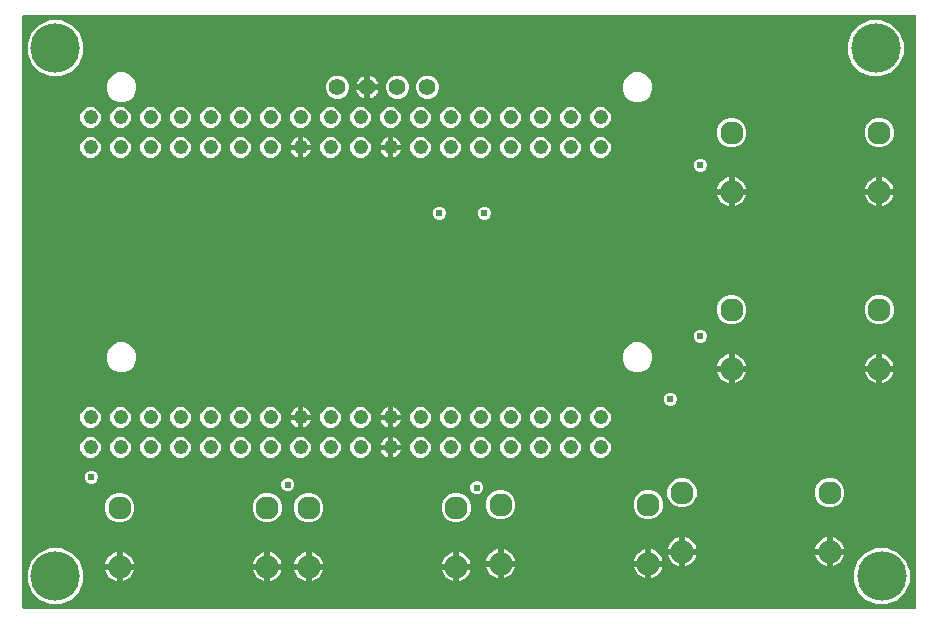
<source format=gbr>
G04 EAGLE Gerber RS-274X export*
G75*
%MOMM*%
%FSLAX34Y34*%
%LPD*%
%INCopper Layer 2*%
%IPPOS*%
%AMOC8*
5,1,8,0,0,1.08239X$1,22.5*%
G01*
%ADD10C,1.422400*%
%ADD11C,1.244600*%
%ADD12C,1.960000*%
%ADD13C,4.191000*%
%ADD14C,0.609600*%

G36*
X758308Y2556D02*
X758308Y2556D01*
X758427Y2563D01*
X758465Y2576D01*
X758506Y2581D01*
X758616Y2624D01*
X758729Y2661D01*
X758764Y2683D01*
X758801Y2698D01*
X758897Y2767D01*
X758998Y2831D01*
X759026Y2861D01*
X759059Y2884D01*
X759135Y2976D01*
X759216Y3063D01*
X759236Y3098D01*
X759261Y3129D01*
X759312Y3237D01*
X759370Y3341D01*
X759380Y3381D01*
X759397Y3417D01*
X759419Y3534D01*
X759449Y3649D01*
X759453Y3709D01*
X759457Y3729D01*
X759455Y3750D01*
X759459Y3810D01*
X759459Y504190D01*
X759444Y504308D01*
X759437Y504427D01*
X759424Y504465D01*
X759419Y504506D01*
X759376Y504616D01*
X759339Y504729D01*
X759317Y504764D01*
X759302Y504801D01*
X759233Y504897D01*
X759169Y504998D01*
X759139Y505026D01*
X759116Y505059D01*
X759024Y505135D01*
X758937Y505216D01*
X758902Y505236D01*
X758871Y505261D01*
X758763Y505312D01*
X758659Y505370D01*
X758619Y505380D01*
X758583Y505397D01*
X758466Y505419D01*
X758351Y505449D01*
X758291Y505453D01*
X758271Y505457D01*
X758250Y505455D01*
X758190Y505459D01*
X3810Y505459D01*
X3692Y505444D01*
X3573Y505437D01*
X3535Y505424D01*
X3494Y505419D01*
X3384Y505376D01*
X3271Y505339D01*
X3236Y505317D01*
X3199Y505302D01*
X3103Y505233D01*
X3002Y505169D01*
X2974Y505139D01*
X2941Y505116D01*
X2865Y505024D01*
X2784Y504937D01*
X2764Y504902D01*
X2739Y504871D01*
X2688Y504763D01*
X2630Y504659D01*
X2620Y504619D01*
X2603Y504583D01*
X2581Y504466D01*
X2551Y504351D01*
X2547Y504291D01*
X2543Y504271D01*
X2545Y504250D01*
X2541Y504190D01*
X2541Y3810D01*
X2556Y3692D01*
X2563Y3573D01*
X2576Y3535D01*
X2581Y3494D01*
X2624Y3384D01*
X2661Y3271D01*
X2683Y3236D01*
X2698Y3199D01*
X2767Y3103D01*
X2831Y3002D01*
X2861Y2974D01*
X2884Y2941D01*
X2976Y2865D01*
X3063Y2784D01*
X3098Y2764D01*
X3129Y2739D01*
X3237Y2688D01*
X3341Y2630D01*
X3381Y2620D01*
X3417Y2603D01*
X3534Y2581D01*
X3649Y2551D01*
X3709Y2547D01*
X3729Y2543D01*
X3750Y2545D01*
X3810Y2541D01*
X758190Y2541D01*
X758308Y2556D01*
G37*
%LPC*%
G36*
X720496Y454024D02*
X720496Y454024D01*
X711861Y457601D01*
X705251Y464211D01*
X701674Y472846D01*
X701674Y482194D01*
X705251Y490829D01*
X711861Y497439D01*
X720496Y501016D01*
X729844Y501016D01*
X738479Y497439D01*
X745089Y490829D01*
X748666Y482194D01*
X748666Y472846D01*
X745089Y464211D01*
X738479Y457601D01*
X729844Y454024D01*
X720496Y454024D01*
G37*
%LPD*%
%LPC*%
G36*
X25806Y454024D02*
X25806Y454024D01*
X17171Y457601D01*
X10561Y464211D01*
X6984Y472846D01*
X6984Y482194D01*
X10561Y490829D01*
X17171Y497439D01*
X25806Y501016D01*
X35154Y501016D01*
X43789Y497439D01*
X50399Y490829D01*
X53976Y482194D01*
X53976Y472846D01*
X50399Y464211D01*
X43789Y457601D01*
X35154Y454024D01*
X25806Y454024D01*
G37*
%LPD*%
%LPC*%
G36*
X725576Y6984D02*
X725576Y6984D01*
X716941Y10561D01*
X710331Y17171D01*
X706754Y25806D01*
X706754Y35154D01*
X710331Y43789D01*
X716941Y50399D01*
X725576Y53976D01*
X734924Y53976D01*
X743559Y50399D01*
X750169Y43789D01*
X753746Y35154D01*
X753746Y25806D01*
X750169Y17171D01*
X743559Y10561D01*
X734924Y6984D01*
X725576Y6984D01*
G37*
%LPD*%
%LPC*%
G36*
X25806Y6984D02*
X25806Y6984D01*
X17171Y10561D01*
X10561Y17171D01*
X6984Y25806D01*
X6984Y35154D01*
X10561Y43789D01*
X17171Y50399D01*
X25806Y53976D01*
X35154Y53976D01*
X43789Y50399D01*
X50399Y43789D01*
X53976Y35154D01*
X53976Y25806D01*
X50399Y17171D01*
X43789Y10561D01*
X35154Y6984D01*
X25806Y6984D01*
G37*
%LPD*%
%LPC*%
G36*
X520745Y203359D02*
X520745Y203359D01*
X516136Y205268D01*
X512608Y208796D01*
X510699Y213405D01*
X510699Y218395D01*
X512608Y223004D01*
X516136Y226532D01*
X520745Y228441D01*
X525735Y228441D01*
X530344Y226532D01*
X533872Y223004D01*
X535781Y218395D01*
X535781Y213405D01*
X533872Y208796D01*
X530344Y205268D01*
X525735Y203359D01*
X520745Y203359D01*
G37*
%LPD*%
%LPC*%
G36*
X83865Y203359D02*
X83865Y203359D01*
X79256Y205268D01*
X75728Y208796D01*
X73819Y213405D01*
X73819Y218395D01*
X75728Y223004D01*
X79256Y226532D01*
X83865Y228441D01*
X88855Y228441D01*
X93464Y226532D01*
X96992Y223004D01*
X98901Y218395D01*
X98901Y213405D01*
X96992Y208796D01*
X93464Y205268D01*
X88855Y203359D01*
X83865Y203359D01*
G37*
%LPD*%
%LPC*%
G36*
X520745Y431959D02*
X520745Y431959D01*
X516136Y433868D01*
X512608Y437396D01*
X510699Y442005D01*
X510699Y446995D01*
X512608Y451604D01*
X516136Y455132D01*
X520745Y457041D01*
X525735Y457041D01*
X530344Y455132D01*
X533872Y451604D01*
X535781Y446995D01*
X535781Y442005D01*
X533872Y437396D01*
X530344Y433868D01*
X525735Y431959D01*
X520745Y431959D01*
G37*
%LPD*%
%LPC*%
G36*
X83865Y431959D02*
X83865Y431959D01*
X79256Y433868D01*
X75728Y437396D01*
X73819Y442005D01*
X73819Y446995D01*
X75728Y451604D01*
X79256Y455132D01*
X83865Y457041D01*
X88855Y457041D01*
X93464Y455132D01*
X96992Y451604D01*
X98901Y446995D01*
X98901Y442005D01*
X96992Y437396D01*
X93464Y433868D01*
X88855Y431959D01*
X83865Y431959D01*
G37*
%LPD*%
%LPC*%
G36*
X242385Y76159D02*
X242385Y76159D01*
X237850Y78038D01*
X234378Y81510D01*
X232499Y86045D01*
X232499Y90955D01*
X234378Y95490D01*
X237850Y98962D01*
X242385Y100841D01*
X247295Y100841D01*
X251830Y98962D01*
X255302Y95490D01*
X257181Y90955D01*
X257181Y86045D01*
X255302Y81510D01*
X251830Y78038D01*
X247295Y76159D01*
X242385Y76159D01*
G37*
%LPD*%
%LPC*%
G36*
X82365Y76159D02*
X82365Y76159D01*
X77830Y78038D01*
X74358Y81510D01*
X72479Y86045D01*
X72479Y90955D01*
X74358Y95490D01*
X77830Y98962D01*
X82365Y100841D01*
X87275Y100841D01*
X91810Y98962D01*
X95282Y95490D01*
X97161Y90955D01*
X97161Y86045D01*
X95282Y81510D01*
X91810Y78038D01*
X87275Y76159D01*
X82365Y76159D01*
G37*
%LPD*%
%LPC*%
G36*
X207365Y76159D02*
X207365Y76159D01*
X202830Y78038D01*
X199358Y81510D01*
X197479Y86045D01*
X197479Y90955D01*
X199358Y95490D01*
X202830Y98962D01*
X207365Y100841D01*
X212275Y100841D01*
X216810Y98962D01*
X220282Y95490D01*
X222161Y90955D01*
X222161Y86045D01*
X220282Y81510D01*
X216810Y78038D01*
X212275Y76159D01*
X207365Y76159D01*
G37*
%LPD*%
%LPC*%
G36*
X725525Y393659D02*
X725525Y393659D01*
X720990Y395538D01*
X717518Y399010D01*
X715639Y403545D01*
X715639Y408455D01*
X717518Y412990D01*
X720990Y416462D01*
X725525Y418341D01*
X730435Y418341D01*
X734970Y416462D01*
X738442Y412990D01*
X740321Y408455D01*
X740321Y403545D01*
X738442Y399010D01*
X734970Y395538D01*
X730435Y393659D01*
X725525Y393659D01*
G37*
%LPD*%
%LPC*%
G36*
X367385Y76159D02*
X367385Y76159D01*
X362850Y78038D01*
X359378Y81510D01*
X357499Y86045D01*
X357499Y90955D01*
X359378Y95490D01*
X362850Y98962D01*
X367385Y100841D01*
X372295Y100841D01*
X376830Y98962D01*
X380302Y95490D01*
X382181Y90955D01*
X382181Y86045D01*
X380302Y81510D01*
X376830Y78038D01*
X372295Y76159D01*
X367385Y76159D01*
G37*
%LPD*%
%LPC*%
G36*
X404945Y78699D02*
X404945Y78699D01*
X400410Y80578D01*
X396938Y84050D01*
X395059Y88585D01*
X395059Y93495D01*
X396938Y98030D01*
X400410Y101502D01*
X404945Y103381D01*
X409855Y103381D01*
X414390Y101502D01*
X417862Y98030D01*
X419741Y93495D01*
X419741Y88585D01*
X417862Y84050D01*
X414390Y80578D01*
X409855Y78699D01*
X404945Y78699D01*
G37*
%LPD*%
%LPC*%
G36*
X529945Y78699D02*
X529945Y78699D01*
X525410Y80578D01*
X521938Y84050D01*
X520059Y88585D01*
X520059Y93495D01*
X521938Y98030D01*
X525410Y101502D01*
X529945Y103381D01*
X534855Y103381D01*
X539390Y101502D01*
X542862Y98030D01*
X544741Y93495D01*
X544741Y88585D01*
X542862Y84050D01*
X539390Y80578D01*
X534855Y78699D01*
X529945Y78699D01*
G37*
%LPD*%
%LPC*%
G36*
X558615Y88859D02*
X558615Y88859D01*
X554080Y90738D01*
X550608Y94210D01*
X548729Y98745D01*
X548729Y103655D01*
X550608Y108190D01*
X554080Y111662D01*
X558615Y113541D01*
X563525Y113541D01*
X568060Y111662D01*
X571532Y108190D01*
X573411Y103655D01*
X573411Y98745D01*
X571532Y94210D01*
X568060Y90738D01*
X563525Y88859D01*
X558615Y88859D01*
G37*
%LPD*%
%LPC*%
G36*
X683615Y88859D02*
X683615Y88859D01*
X679080Y90738D01*
X675608Y94210D01*
X673729Y98745D01*
X673729Y103655D01*
X675608Y108190D01*
X679080Y111662D01*
X683615Y113541D01*
X688525Y113541D01*
X693060Y111662D01*
X696532Y108190D01*
X698411Y103655D01*
X698411Y98745D01*
X696532Y94210D01*
X693060Y90738D01*
X688525Y88859D01*
X683615Y88859D01*
G37*
%LPD*%
%LPC*%
G36*
X600525Y393659D02*
X600525Y393659D01*
X595990Y395538D01*
X592518Y399010D01*
X590639Y403545D01*
X590639Y408455D01*
X592518Y412990D01*
X595990Y416462D01*
X600525Y418341D01*
X605435Y418341D01*
X609970Y416462D01*
X613442Y412990D01*
X615321Y408455D01*
X615321Y403545D01*
X613442Y399010D01*
X609970Y395538D01*
X605435Y393659D01*
X600525Y393659D01*
G37*
%LPD*%
%LPC*%
G36*
X725525Y243799D02*
X725525Y243799D01*
X720990Y245678D01*
X717518Y249150D01*
X715639Y253685D01*
X715639Y258595D01*
X717518Y263130D01*
X720990Y266602D01*
X725525Y268481D01*
X730435Y268481D01*
X734970Y266602D01*
X738442Y263130D01*
X740321Y258595D01*
X740321Y253685D01*
X738442Y249150D01*
X734970Y245678D01*
X730435Y243799D01*
X725525Y243799D01*
G37*
%LPD*%
%LPC*%
G36*
X600525Y243799D02*
X600525Y243799D01*
X595990Y245678D01*
X592518Y249150D01*
X590639Y253685D01*
X590639Y258595D01*
X592518Y263130D01*
X595990Y266602D01*
X600525Y268481D01*
X605435Y268481D01*
X609970Y266602D01*
X613442Y263130D01*
X615321Y258595D01*
X615321Y253685D01*
X613442Y249150D01*
X609970Y245678D01*
X605435Y243799D01*
X600525Y243799D01*
G37*
%LPD*%
%LPC*%
G36*
X343520Y434847D02*
X343520Y434847D01*
X339972Y436317D01*
X337257Y439032D01*
X335787Y442580D01*
X335787Y446420D01*
X337257Y449968D01*
X339972Y452683D01*
X343520Y454153D01*
X347360Y454153D01*
X350908Y452683D01*
X353623Y449968D01*
X355093Y446420D01*
X355093Y442580D01*
X353623Y439032D01*
X350908Y436317D01*
X347360Y434847D01*
X343520Y434847D01*
G37*
%LPD*%
%LPC*%
G36*
X318120Y434847D02*
X318120Y434847D01*
X314572Y436317D01*
X311857Y439032D01*
X310387Y442580D01*
X310387Y446420D01*
X311857Y449968D01*
X314572Y452683D01*
X318120Y454153D01*
X321960Y454153D01*
X325508Y452683D01*
X328223Y449968D01*
X329693Y446420D01*
X329693Y442580D01*
X328223Y439032D01*
X325508Y436317D01*
X321960Y434847D01*
X318120Y434847D01*
G37*
%LPD*%
%LPC*%
G36*
X267320Y434847D02*
X267320Y434847D01*
X263772Y436317D01*
X261057Y439032D01*
X259587Y442580D01*
X259587Y446420D01*
X261057Y449968D01*
X263772Y452683D01*
X267320Y454153D01*
X271160Y454153D01*
X274708Y452683D01*
X277423Y449968D01*
X278893Y446420D01*
X278893Y442580D01*
X277423Y439032D01*
X274708Y436317D01*
X271160Y434847D01*
X267320Y434847D01*
G37*
%LPD*%
%LPC*%
G36*
X210937Y410076D02*
X210937Y410076D01*
X207716Y411410D01*
X205250Y413876D01*
X203916Y417097D01*
X203916Y420583D01*
X205250Y423804D01*
X207716Y426270D01*
X210937Y427604D01*
X214423Y427604D01*
X217644Y426270D01*
X220110Y423804D01*
X221444Y420583D01*
X221444Y417097D01*
X220110Y413876D01*
X217644Y411410D01*
X214423Y410076D01*
X210937Y410076D01*
G37*
%LPD*%
%LPC*%
G36*
X185537Y410076D02*
X185537Y410076D01*
X182316Y411410D01*
X179850Y413876D01*
X178516Y417097D01*
X178516Y420583D01*
X179850Y423804D01*
X182316Y426270D01*
X185537Y427604D01*
X189023Y427604D01*
X192244Y426270D01*
X194710Y423804D01*
X196044Y420583D01*
X196044Y417097D01*
X194710Y413876D01*
X192244Y411410D01*
X189023Y410076D01*
X185537Y410076D01*
G37*
%LPD*%
%LPC*%
G36*
X160137Y410076D02*
X160137Y410076D01*
X156916Y411410D01*
X154450Y413876D01*
X153116Y417097D01*
X153116Y420583D01*
X154450Y423804D01*
X156916Y426270D01*
X160137Y427604D01*
X163623Y427604D01*
X166844Y426270D01*
X169310Y423804D01*
X170644Y420583D01*
X170644Y417097D01*
X169310Y413876D01*
X166844Y411410D01*
X163623Y410076D01*
X160137Y410076D01*
G37*
%LPD*%
%LPC*%
G36*
X134737Y410076D02*
X134737Y410076D01*
X131516Y411410D01*
X129050Y413876D01*
X127716Y417097D01*
X127716Y420583D01*
X129050Y423804D01*
X131516Y426270D01*
X134737Y427604D01*
X138223Y427604D01*
X141444Y426270D01*
X143910Y423804D01*
X145244Y420583D01*
X145244Y417097D01*
X143910Y413876D01*
X141444Y411410D01*
X138223Y410076D01*
X134737Y410076D01*
G37*
%LPD*%
%LPC*%
G36*
X109337Y410076D02*
X109337Y410076D01*
X106116Y411410D01*
X103650Y413876D01*
X102316Y417097D01*
X102316Y420583D01*
X103650Y423804D01*
X106116Y426270D01*
X109337Y427604D01*
X112823Y427604D01*
X116044Y426270D01*
X118510Y423804D01*
X119844Y420583D01*
X119844Y417097D01*
X118510Y413876D01*
X116044Y411410D01*
X112823Y410076D01*
X109337Y410076D01*
G37*
%LPD*%
%LPC*%
G36*
X83937Y410076D02*
X83937Y410076D01*
X80716Y411410D01*
X78250Y413876D01*
X76916Y417097D01*
X76916Y420583D01*
X78250Y423804D01*
X80716Y426270D01*
X83937Y427604D01*
X87423Y427604D01*
X90644Y426270D01*
X93110Y423804D01*
X94444Y420583D01*
X94444Y417097D01*
X93110Y413876D01*
X90644Y411410D01*
X87423Y410076D01*
X83937Y410076D01*
G37*
%LPD*%
%LPC*%
G36*
X58537Y410076D02*
X58537Y410076D01*
X55316Y411410D01*
X52850Y413876D01*
X51516Y417097D01*
X51516Y420583D01*
X52850Y423804D01*
X55316Y426270D01*
X58537Y427604D01*
X62023Y427604D01*
X65244Y426270D01*
X67710Y423804D01*
X69044Y420583D01*
X69044Y417097D01*
X67710Y413876D01*
X65244Y411410D01*
X62023Y410076D01*
X58537Y410076D01*
G37*
%LPD*%
%LPC*%
G36*
X236337Y410076D02*
X236337Y410076D01*
X233116Y411410D01*
X230650Y413876D01*
X229316Y417097D01*
X229316Y420583D01*
X230650Y423804D01*
X233116Y426270D01*
X236337Y427604D01*
X239823Y427604D01*
X243044Y426270D01*
X245510Y423804D01*
X246844Y420583D01*
X246844Y417097D01*
X245510Y413876D01*
X243044Y411410D01*
X239823Y410076D01*
X236337Y410076D01*
G37*
%LPD*%
%LPC*%
G36*
X261737Y410076D02*
X261737Y410076D01*
X258516Y411410D01*
X256050Y413876D01*
X254716Y417097D01*
X254716Y420583D01*
X256050Y423804D01*
X258516Y426270D01*
X261737Y427604D01*
X265223Y427604D01*
X268444Y426270D01*
X270910Y423804D01*
X272244Y420583D01*
X272244Y417097D01*
X270910Y413876D01*
X268444Y411410D01*
X265223Y410076D01*
X261737Y410076D01*
G37*
%LPD*%
%LPC*%
G36*
X287137Y384676D02*
X287137Y384676D01*
X283916Y386010D01*
X281450Y388476D01*
X280116Y391697D01*
X280116Y395183D01*
X281450Y398404D01*
X283916Y400870D01*
X287137Y402204D01*
X290623Y402204D01*
X293844Y400870D01*
X296310Y398404D01*
X297644Y395183D01*
X297644Y391697D01*
X296310Y388476D01*
X293844Y386010D01*
X290623Y384676D01*
X287137Y384676D01*
G37*
%LPD*%
%LPC*%
G36*
X261737Y384676D02*
X261737Y384676D01*
X258516Y386010D01*
X256050Y388476D01*
X254716Y391697D01*
X254716Y395183D01*
X256050Y398404D01*
X258516Y400870D01*
X261737Y402204D01*
X265223Y402204D01*
X268444Y400870D01*
X270910Y398404D01*
X272244Y395183D01*
X272244Y391697D01*
X270910Y388476D01*
X268444Y386010D01*
X265223Y384676D01*
X261737Y384676D01*
G37*
%LPD*%
%LPC*%
G36*
X490337Y384676D02*
X490337Y384676D01*
X487116Y386010D01*
X484650Y388476D01*
X483316Y391697D01*
X483316Y395183D01*
X484650Y398404D01*
X487116Y400870D01*
X490337Y402204D01*
X493823Y402204D01*
X497044Y400870D01*
X499510Y398404D01*
X500844Y395183D01*
X500844Y391697D01*
X499510Y388476D01*
X497044Y386010D01*
X493823Y384676D01*
X490337Y384676D01*
G37*
%LPD*%
%LPC*%
G36*
X464937Y384676D02*
X464937Y384676D01*
X461716Y386010D01*
X459250Y388476D01*
X457916Y391697D01*
X457916Y395183D01*
X459250Y398404D01*
X461716Y400870D01*
X464937Y402204D01*
X468423Y402204D01*
X471644Y400870D01*
X474110Y398404D01*
X475444Y395183D01*
X475444Y391697D01*
X474110Y388476D01*
X471644Y386010D01*
X468423Y384676D01*
X464937Y384676D01*
G37*
%LPD*%
%LPC*%
G36*
X439537Y384676D02*
X439537Y384676D01*
X436316Y386010D01*
X433850Y388476D01*
X432516Y391697D01*
X432516Y395183D01*
X433850Y398404D01*
X436316Y400870D01*
X439537Y402204D01*
X443023Y402204D01*
X446244Y400870D01*
X448710Y398404D01*
X450044Y395183D01*
X450044Y391697D01*
X448710Y388476D01*
X446244Y386010D01*
X443023Y384676D01*
X439537Y384676D01*
G37*
%LPD*%
%LPC*%
G36*
X414137Y384676D02*
X414137Y384676D01*
X410916Y386010D01*
X408450Y388476D01*
X407116Y391697D01*
X407116Y395183D01*
X408450Y398404D01*
X410916Y400870D01*
X414137Y402204D01*
X417623Y402204D01*
X420844Y400870D01*
X423310Y398404D01*
X424644Y395183D01*
X424644Y391697D01*
X423310Y388476D01*
X420844Y386010D01*
X417623Y384676D01*
X414137Y384676D01*
G37*
%LPD*%
%LPC*%
G36*
X388737Y384676D02*
X388737Y384676D01*
X385516Y386010D01*
X383050Y388476D01*
X381716Y391697D01*
X381716Y395183D01*
X383050Y398404D01*
X385516Y400870D01*
X388737Y402204D01*
X392223Y402204D01*
X395444Y400870D01*
X397910Y398404D01*
X399244Y395183D01*
X399244Y391697D01*
X397910Y388476D01*
X395444Y386010D01*
X392223Y384676D01*
X388737Y384676D01*
G37*
%LPD*%
%LPC*%
G36*
X363337Y384676D02*
X363337Y384676D01*
X360116Y386010D01*
X357650Y388476D01*
X356316Y391697D01*
X356316Y395183D01*
X357650Y398404D01*
X360116Y400870D01*
X363337Y402204D01*
X366823Y402204D01*
X370044Y400870D01*
X372510Y398404D01*
X373844Y395183D01*
X373844Y391697D01*
X372510Y388476D01*
X370044Y386010D01*
X366823Y384676D01*
X363337Y384676D01*
G37*
%LPD*%
%LPC*%
G36*
X337937Y384676D02*
X337937Y384676D01*
X334716Y386010D01*
X332250Y388476D01*
X330916Y391697D01*
X330916Y395183D01*
X332250Y398404D01*
X334716Y400870D01*
X337937Y402204D01*
X341423Y402204D01*
X344644Y400870D01*
X347110Y398404D01*
X348444Y395183D01*
X348444Y391697D01*
X347110Y388476D01*
X344644Y386010D01*
X341423Y384676D01*
X337937Y384676D01*
G37*
%LPD*%
%LPC*%
G36*
X210937Y384676D02*
X210937Y384676D01*
X207716Y386010D01*
X205250Y388476D01*
X203916Y391697D01*
X203916Y395183D01*
X205250Y398404D01*
X207716Y400870D01*
X210937Y402204D01*
X214423Y402204D01*
X217644Y400870D01*
X220110Y398404D01*
X221444Y395183D01*
X221444Y391697D01*
X220110Y388476D01*
X217644Y386010D01*
X214423Y384676D01*
X210937Y384676D01*
G37*
%LPD*%
%LPC*%
G36*
X185537Y384676D02*
X185537Y384676D01*
X182316Y386010D01*
X179850Y388476D01*
X178516Y391697D01*
X178516Y395183D01*
X179850Y398404D01*
X182316Y400870D01*
X185537Y402204D01*
X189023Y402204D01*
X192244Y400870D01*
X194710Y398404D01*
X196044Y395183D01*
X196044Y391697D01*
X194710Y388476D01*
X192244Y386010D01*
X189023Y384676D01*
X185537Y384676D01*
G37*
%LPD*%
%LPC*%
G36*
X160137Y384676D02*
X160137Y384676D01*
X156916Y386010D01*
X154450Y388476D01*
X153116Y391697D01*
X153116Y395183D01*
X154450Y398404D01*
X156916Y400870D01*
X160137Y402204D01*
X163623Y402204D01*
X166844Y400870D01*
X169310Y398404D01*
X170644Y395183D01*
X170644Y391697D01*
X169310Y388476D01*
X166844Y386010D01*
X163623Y384676D01*
X160137Y384676D01*
G37*
%LPD*%
%LPC*%
G36*
X134737Y384676D02*
X134737Y384676D01*
X131516Y386010D01*
X129050Y388476D01*
X127716Y391697D01*
X127716Y395183D01*
X129050Y398404D01*
X131516Y400870D01*
X134737Y402204D01*
X138223Y402204D01*
X141444Y400870D01*
X143910Y398404D01*
X145244Y395183D01*
X145244Y391697D01*
X143910Y388476D01*
X141444Y386010D01*
X138223Y384676D01*
X134737Y384676D01*
G37*
%LPD*%
%LPC*%
G36*
X109337Y384676D02*
X109337Y384676D01*
X106116Y386010D01*
X103650Y388476D01*
X102316Y391697D01*
X102316Y395183D01*
X103650Y398404D01*
X106116Y400870D01*
X109337Y402204D01*
X112823Y402204D01*
X116044Y400870D01*
X118510Y398404D01*
X119844Y395183D01*
X119844Y391697D01*
X118510Y388476D01*
X116044Y386010D01*
X112823Y384676D01*
X109337Y384676D01*
G37*
%LPD*%
%LPC*%
G36*
X83937Y384676D02*
X83937Y384676D01*
X80716Y386010D01*
X78250Y388476D01*
X76916Y391697D01*
X76916Y395183D01*
X78250Y398404D01*
X80716Y400870D01*
X83937Y402204D01*
X87423Y402204D01*
X90644Y400870D01*
X93110Y398404D01*
X94444Y395183D01*
X94444Y391697D01*
X93110Y388476D01*
X90644Y386010D01*
X87423Y384676D01*
X83937Y384676D01*
G37*
%LPD*%
%LPC*%
G36*
X58537Y384676D02*
X58537Y384676D01*
X55316Y386010D01*
X52850Y388476D01*
X51516Y391697D01*
X51516Y395183D01*
X52850Y398404D01*
X55316Y400870D01*
X58537Y402204D01*
X62023Y402204D01*
X65244Y400870D01*
X67710Y398404D01*
X69044Y395183D01*
X69044Y391697D01*
X67710Y388476D01*
X65244Y386010D01*
X62023Y384676D01*
X58537Y384676D01*
G37*
%LPD*%
%LPC*%
G36*
X414137Y410076D02*
X414137Y410076D01*
X410916Y411410D01*
X408450Y413876D01*
X407116Y417097D01*
X407116Y420583D01*
X408450Y423804D01*
X410916Y426270D01*
X414137Y427604D01*
X417623Y427604D01*
X420844Y426270D01*
X423310Y423804D01*
X424644Y420583D01*
X424644Y417097D01*
X423310Y413876D01*
X420844Y411410D01*
X417623Y410076D01*
X414137Y410076D01*
G37*
%LPD*%
%LPC*%
G36*
X388737Y410076D02*
X388737Y410076D01*
X385516Y411410D01*
X383050Y413876D01*
X381716Y417097D01*
X381716Y420583D01*
X383050Y423804D01*
X385516Y426270D01*
X388737Y427604D01*
X392223Y427604D01*
X395444Y426270D01*
X397910Y423804D01*
X399244Y420583D01*
X399244Y417097D01*
X397910Y413876D01*
X395444Y411410D01*
X392223Y410076D01*
X388737Y410076D01*
G37*
%LPD*%
%LPC*%
G36*
X490337Y410076D02*
X490337Y410076D01*
X487116Y411410D01*
X484650Y413876D01*
X483316Y417097D01*
X483316Y420583D01*
X484650Y423804D01*
X487116Y426270D01*
X490337Y427604D01*
X493823Y427604D01*
X497044Y426270D01*
X499510Y423804D01*
X500844Y420583D01*
X500844Y417097D01*
X499510Y413876D01*
X497044Y411410D01*
X493823Y410076D01*
X490337Y410076D01*
G37*
%LPD*%
%LPC*%
G36*
X439537Y410076D02*
X439537Y410076D01*
X436316Y411410D01*
X433850Y413876D01*
X432516Y417097D01*
X432516Y420583D01*
X433850Y423804D01*
X436316Y426270D01*
X439537Y427604D01*
X443023Y427604D01*
X446244Y426270D01*
X448710Y423804D01*
X450044Y420583D01*
X450044Y417097D01*
X448710Y413876D01*
X446244Y411410D01*
X443023Y410076D01*
X439537Y410076D01*
G37*
%LPD*%
%LPC*%
G36*
X464937Y410076D02*
X464937Y410076D01*
X461716Y411410D01*
X459250Y413876D01*
X457916Y417097D01*
X457916Y420583D01*
X459250Y423804D01*
X461716Y426270D01*
X464937Y427604D01*
X468423Y427604D01*
X471644Y426270D01*
X474110Y423804D01*
X475444Y420583D01*
X475444Y417097D01*
X474110Y413876D01*
X471644Y411410D01*
X468423Y410076D01*
X464937Y410076D01*
G37*
%LPD*%
%LPC*%
G36*
X58537Y130676D02*
X58537Y130676D01*
X55316Y132010D01*
X52850Y134476D01*
X51516Y137697D01*
X51516Y141183D01*
X52850Y144404D01*
X55316Y146870D01*
X58537Y148204D01*
X62023Y148204D01*
X65244Y146870D01*
X67710Y144404D01*
X69044Y141183D01*
X69044Y137697D01*
X67710Y134476D01*
X65244Y132010D01*
X62023Y130676D01*
X58537Y130676D01*
G37*
%LPD*%
%LPC*%
G36*
X83937Y130676D02*
X83937Y130676D01*
X80716Y132010D01*
X78250Y134476D01*
X76916Y137697D01*
X76916Y141183D01*
X78250Y144404D01*
X80716Y146870D01*
X83937Y148204D01*
X87423Y148204D01*
X90644Y146870D01*
X93110Y144404D01*
X94444Y141183D01*
X94444Y137697D01*
X93110Y134476D01*
X90644Y132010D01*
X87423Y130676D01*
X83937Y130676D01*
G37*
%LPD*%
%LPC*%
G36*
X109337Y130676D02*
X109337Y130676D01*
X106116Y132010D01*
X103650Y134476D01*
X102316Y137697D01*
X102316Y141183D01*
X103650Y144404D01*
X106116Y146870D01*
X109337Y148204D01*
X112823Y148204D01*
X116044Y146870D01*
X118510Y144404D01*
X119844Y141183D01*
X119844Y137697D01*
X118510Y134476D01*
X116044Y132010D01*
X112823Y130676D01*
X109337Y130676D01*
G37*
%LPD*%
%LPC*%
G36*
X134737Y130676D02*
X134737Y130676D01*
X131516Y132010D01*
X129050Y134476D01*
X127716Y137697D01*
X127716Y141183D01*
X129050Y144404D01*
X131516Y146870D01*
X134737Y148204D01*
X138223Y148204D01*
X141444Y146870D01*
X143910Y144404D01*
X145244Y141183D01*
X145244Y137697D01*
X143910Y134476D01*
X141444Y132010D01*
X138223Y130676D01*
X134737Y130676D01*
G37*
%LPD*%
%LPC*%
G36*
X160137Y130676D02*
X160137Y130676D01*
X156916Y132010D01*
X154450Y134476D01*
X153116Y137697D01*
X153116Y141183D01*
X154450Y144404D01*
X156916Y146870D01*
X160137Y148204D01*
X163623Y148204D01*
X166844Y146870D01*
X169310Y144404D01*
X170644Y141183D01*
X170644Y137697D01*
X169310Y134476D01*
X166844Y132010D01*
X163623Y130676D01*
X160137Y130676D01*
G37*
%LPD*%
%LPC*%
G36*
X185537Y130676D02*
X185537Y130676D01*
X182316Y132010D01*
X179850Y134476D01*
X178516Y137697D01*
X178516Y141183D01*
X179850Y144404D01*
X182316Y146870D01*
X185537Y148204D01*
X189023Y148204D01*
X192244Y146870D01*
X194710Y144404D01*
X196044Y141183D01*
X196044Y137697D01*
X194710Y134476D01*
X192244Y132010D01*
X189023Y130676D01*
X185537Y130676D01*
G37*
%LPD*%
%LPC*%
G36*
X210937Y130676D02*
X210937Y130676D01*
X207716Y132010D01*
X205250Y134476D01*
X203916Y137697D01*
X203916Y141183D01*
X205250Y144404D01*
X207716Y146870D01*
X210937Y148204D01*
X214423Y148204D01*
X217644Y146870D01*
X220110Y144404D01*
X221444Y141183D01*
X221444Y137697D01*
X220110Y134476D01*
X217644Y132010D01*
X214423Y130676D01*
X210937Y130676D01*
G37*
%LPD*%
%LPC*%
G36*
X236337Y130676D02*
X236337Y130676D01*
X233116Y132010D01*
X230650Y134476D01*
X229316Y137697D01*
X229316Y141183D01*
X230650Y144404D01*
X233116Y146870D01*
X236337Y148204D01*
X239823Y148204D01*
X243044Y146870D01*
X245510Y144404D01*
X246844Y141183D01*
X246844Y137697D01*
X245510Y134476D01*
X243044Y132010D01*
X239823Y130676D01*
X236337Y130676D01*
G37*
%LPD*%
%LPC*%
G36*
X261737Y130676D02*
X261737Y130676D01*
X258516Y132010D01*
X256050Y134476D01*
X254716Y137697D01*
X254716Y141183D01*
X256050Y144404D01*
X258516Y146870D01*
X261737Y148204D01*
X265223Y148204D01*
X268444Y146870D01*
X270910Y144404D01*
X272244Y141183D01*
X272244Y137697D01*
X270910Y134476D01*
X268444Y132010D01*
X265223Y130676D01*
X261737Y130676D01*
G37*
%LPD*%
%LPC*%
G36*
X287137Y130676D02*
X287137Y130676D01*
X283916Y132010D01*
X281450Y134476D01*
X280116Y137697D01*
X280116Y141183D01*
X281450Y144404D01*
X283916Y146870D01*
X287137Y148204D01*
X290623Y148204D01*
X293844Y146870D01*
X296310Y144404D01*
X297644Y141183D01*
X297644Y137697D01*
X296310Y134476D01*
X293844Y132010D01*
X290623Y130676D01*
X287137Y130676D01*
G37*
%LPD*%
%LPC*%
G36*
X337937Y130676D02*
X337937Y130676D01*
X334716Y132010D01*
X332250Y134476D01*
X330916Y137697D01*
X330916Y141183D01*
X332250Y144404D01*
X334716Y146870D01*
X337937Y148204D01*
X341423Y148204D01*
X344644Y146870D01*
X347110Y144404D01*
X348444Y141183D01*
X348444Y137697D01*
X347110Y134476D01*
X344644Y132010D01*
X341423Y130676D01*
X337937Y130676D01*
G37*
%LPD*%
%LPC*%
G36*
X363337Y130676D02*
X363337Y130676D01*
X360116Y132010D01*
X357650Y134476D01*
X356316Y137697D01*
X356316Y141183D01*
X357650Y144404D01*
X360116Y146870D01*
X363337Y148204D01*
X366823Y148204D01*
X370044Y146870D01*
X372510Y144404D01*
X373844Y141183D01*
X373844Y137697D01*
X372510Y134476D01*
X370044Y132010D01*
X366823Y130676D01*
X363337Y130676D01*
G37*
%LPD*%
%LPC*%
G36*
X388737Y130676D02*
X388737Y130676D01*
X385516Y132010D01*
X383050Y134476D01*
X381716Y137697D01*
X381716Y141183D01*
X383050Y144404D01*
X385516Y146870D01*
X388737Y148204D01*
X392223Y148204D01*
X395444Y146870D01*
X397910Y144404D01*
X399244Y141183D01*
X399244Y137697D01*
X397910Y134476D01*
X395444Y132010D01*
X392223Y130676D01*
X388737Y130676D01*
G37*
%LPD*%
%LPC*%
G36*
X414137Y130676D02*
X414137Y130676D01*
X410916Y132010D01*
X408450Y134476D01*
X407116Y137697D01*
X407116Y141183D01*
X408450Y144404D01*
X410916Y146870D01*
X414137Y148204D01*
X417623Y148204D01*
X420844Y146870D01*
X423310Y144404D01*
X424644Y141183D01*
X424644Y137697D01*
X423310Y134476D01*
X420844Y132010D01*
X417623Y130676D01*
X414137Y130676D01*
G37*
%LPD*%
%LPC*%
G36*
X439537Y130676D02*
X439537Y130676D01*
X436316Y132010D01*
X433850Y134476D01*
X432516Y137697D01*
X432516Y141183D01*
X433850Y144404D01*
X436316Y146870D01*
X439537Y148204D01*
X443023Y148204D01*
X446244Y146870D01*
X448710Y144404D01*
X450044Y141183D01*
X450044Y137697D01*
X448710Y134476D01*
X446244Y132010D01*
X443023Y130676D01*
X439537Y130676D01*
G37*
%LPD*%
%LPC*%
G36*
X464937Y130676D02*
X464937Y130676D01*
X461716Y132010D01*
X459250Y134476D01*
X457916Y137697D01*
X457916Y141183D01*
X459250Y144404D01*
X461716Y146870D01*
X464937Y148204D01*
X468423Y148204D01*
X471644Y146870D01*
X474110Y144404D01*
X475444Y141183D01*
X475444Y137697D01*
X474110Y134476D01*
X471644Y132010D01*
X468423Y130676D01*
X464937Y130676D01*
G37*
%LPD*%
%LPC*%
G36*
X287137Y410076D02*
X287137Y410076D01*
X283916Y411410D01*
X281450Y413876D01*
X280116Y417097D01*
X280116Y420583D01*
X281450Y423804D01*
X283916Y426270D01*
X287137Y427604D01*
X290623Y427604D01*
X293844Y426270D01*
X296310Y423804D01*
X297644Y420583D01*
X297644Y417097D01*
X296310Y413876D01*
X293844Y411410D01*
X290623Y410076D01*
X287137Y410076D01*
G37*
%LPD*%
%LPC*%
G36*
X312537Y410076D02*
X312537Y410076D01*
X309316Y411410D01*
X306850Y413876D01*
X305516Y417097D01*
X305516Y420583D01*
X306850Y423804D01*
X309316Y426270D01*
X312537Y427604D01*
X316023Y427604D01*
X319244Y426270D01*
X321710Y423804D01*
X323044Y420583D01*
X323044Y417097D01*
X321710Y413876D01*
X319244Y411410D01*
X316023Y410076D01*
X312537Y410076D01*
G37*
%LPD*%
%LPC*%
G36*
X490337Y130676D02*
X490337Y130676D01*
X487116Y132010D01*
X484650Y134476D01*
X483316Y137697D01*
X483316Y141183D01*
X484650Y144404D01*
X487116Y146870D01*
X490337Y148204D01*
X493823Y148204D01*
X497044Y146870D01*
X499510Y144404D01*
X500844Y141183D01*
X500844Y137697D01*
X499510Y134476D01*
X497044Y132010D01*
X493823Y130676D01*
X490337Y130676D01*
G37*
%LPD*%
%LPC*%
G36*
X337937Y410076D02*
X337937Y410076D01*
X334716Y411410D01*
X332250Y413876D01*
X330916Y417097D01*
X330916Y420583D01*
X332250Y423804D01*
X334716Y426270D01*
X337937Y427604D01*
X341423Y427604D01*
X344644Y426270D01*
X347110Y423804D01*
X348444Y420583D01*
X348444Y417097D01*
X347110Y413876D01*
X344644Y411410D01*
X341423Y410076D01*
X337937Y410076D01*
G37*
%LPD*%
%LPC*%
G36*
X363337Y410076D02*
X363337Y410076D01*
X360116Y411410D01*
X357650Y413876D01*
X356316Y417097D01*
X356316Y420583D01*
X357650Y423804D01*
X360116Y426270D01*
X363337Y427604D01*
X366823Y427604D01*
X370044Y426270D01*
X372510Y423804D01*
X373844Y420583D01*
X373844Y417097D01*
X372510Y413876D01*
X370044Y411410D01*
X366823Y410076D01*
X363337Y410076D01*
G37*
%LPD*%
%LPC*%
G36*
X58537Y156076D02*
X58537Y156076D01*
X55316Y157410D01*
X52850Y159876D01*
X51516Y163097D01*
X51516Y166583D01*
X52850Y169804D01*
X55316Y172270D01*
X58537Y173604D01*
X62023Y173604D01*
X65244Y172270D01*
X67710Y169804D01*
X69044Y166583D01*
X69044Y163097D01*
X67710Y159876D01*
X65244Y157410D01*
X62023Y156076D01*
X58537Y156076D01*
G37*
%LPD*%
%LPC*%
G36*
X83937Y156076D02*
X83937Y156076D01*
X80716Y157410D01*
X78250Y159876D01*
X76916Y163097D01*
X76916Y166583D01*
X78250Y169804D01*
X80716Y172270D01*
X83937Y173604D01*
X87423Y173604D01*
X90644Y172270D01*
X93110Y169804D01*
X94444Y166583D01*
X94444Y163097D01*
X93110Y159876D01*
X90644Y157410D01*
X87423Y156076D01*
X83937Y156076D01*
G37*
%LPD*%
%LPC*%
G36*
X109337Y156076D02*
X109337Y156076D01*
X106116Y157410D01*
X103650Y159876D01*
X102316Y163097D01*
X102316Y166583D01*
X103650Y169804D01*
X106116Y172270D01*
X109337Y173604D01*
X112823Y173604D01*
X116044Y172270D01*
X118510Y169804D01*
X119844Y166583D01*
X119844Y163097D01*
X118510Y159876D01*
X116044Y157410D01*
X112823Y156076D01*
X109337Y156076D01*
G37*
%LPD*%
%LPC*%
G36*
X134737Y156076D02*
X134737Y156076D01*
X131516Y157410D01*
X129050Y159876D01*
X127716Y163097D01*
X127716Y166583D01*
X129050Y169804D01*
X131516Y172270D01*
X134737Y173604D01*
X138223Y173604D01*
X141444Y172270D01*
X143910Y169804D01*
X145244Y166583D01*
X145244Y163097D01*
X143910Y159876D01*
X141444Y157410D01*
X138223Y156076D01*
X134737Y156076D01*
G37*
%LPD*%
%LPC*%
G36*
X160137Y156076D02*
X160137Y156076D01*
X156916Y157410D01*
X154450Y159876D01*
X153116Y163097D01*
X153116Y166583D01*
X154450Y169804D01*
X156916Y172270D01*
X160137Y173604D01*
X163623Y173604D01*
X166844Y172270D01*
X169310Y169804D01*
X170644Y166583D01*
X170644Y163097D01*
X169310Y159876D01*
X166844Y157410D01*
X163623Y156076D01*
X160137Y156076D01*
G37*
%LPD*%
%LPC*%
G36*
X185537Y156076D02*
X185537Y156076D01*
X182316Y157410D01*
X179850Y159876D01*
X178516Y163097D01*
X178516Y166583D01*
X179850Y169804D01*
X182316Y172270D01*
X185537Y173604D01*
X189023Y173604D01*
X192244Y172270D01*
X194710Y169804D01*
X196044Y166583D01*
X196044Y163097D01*
X194710Y159876D01*
X192244Y157410D01*
X189023Y156076D01*
X185537Y156076D01*
G37*
%LPD*%
%LPC*%
G36*
X210937Y156076D02*
X210937Y156076D01*
X207716Y157410D01*
X205250Y159876D01*
X203916Y163097D01*
X203916Y166583D01*
X205250Y169804D01*
X207716Y172270D01*
X210937Y173604D01*
X214423Y173604D01*
X217644Y172270D01*
X220110Y169804D01*
X221444Y166583D01*
X221444Y163097D01*
X220110Y159876D01*
X217644Y157410D01*
X214423Y156076D01*
X210937Y156076D01*
G37*
%LPD*%
%LPC*%
G36*
X261737Y156076D02*
X261737Y156076D01*
X258516Y157410D01*
X256050Y159876D01*
X254716Y163097D01*
X254716Y166583D01*
X256050Y169804D01*
X258516Y172270D01*
X261737Y173604D01*
X265223Y173604D01*
X268444Y172270D01*
X270910Y169804D01*
X272244Y166583D01*
X272244Y163097D01*
X270910Y159876D01*
X268444Y157410D01*
X265223Y156076D01*
X261737Y156076D01*
G37*
%LPD*%
%LPC*%
G36*
X287137Y156076D02*
X287137Y156076D01*
X283916Y157410D01*
X281450Y159876D01*
X280116Y163097D01*
X280116Y166583D01*
X281450Y169804D01*
X283916Y172270D01*
X287137Y173604D01*
X290623Y173604D01*
X293844Y172270D01*
X296310Y169804D01*
X297644Y166583D01*
X297644Y163097D01*
X296310Y159876D01*
X293844Y157410D01*
X290623Y156076D01*
X287137Y156076D01*
G37*
%LPD*%
%LPC*%
G36*
X337937Y156076D02*
X337937Y156076D01*
X334716Y157410D01*
X332250Y159876D01*
X330916Y163097D01*
X330916Y166583D01*
X332250Y169804D01*
X334716Y172270D01*
X337937Y173604D01*
X341423Y173604D01*
X344644Y172270D01*
X347110Y169804D01*
X348444Y166583D01*
X348444Y163097D01*
X347110Y159876D01*
X344644Y157410D01*
X341423Y156076D01*
X337937Y156076D01*
G37*
%LPD*%
%LPC*%
G36*
X414137Y156076D02*
X414137Y156076D01*
X410916Y157410D01*
X408450Y159876D01*
X407116Y163097D01*
X407116Y166583D01*
X408450Y169804D01*
X410916Y172270D01*
X414137Y173604D01*
X417623Y173604D01*
X420844Y172270D01*
X423310Y169804D01*
X424644Y166583D01*
X424644Y163097D01*
X423310Y159876D01*
X420844Y157410D01*
X417623Y156076D01*
X414137Y156076D01*
G37*
%LPD*%
%LPC*%
G36*
X388737Y156076D02*
X388737Y156076D01*
X385516Y157410D01*
X383050Y159876D01*
X381716Y163097D01*
X381716Y166583D01*
X383050Y169804D01*
X385516Y172270D01*
X388737Y173604D01*
X392223Y173604D01*
X395444Y172270D01*
X397910Y169804D01*
X399244Y166583D01*
X399244Y163097D01*
X397910Y159876D01*
X395444Y157410D01*
X392223Y156076D01*
X388737Y156076D01*
G37*
%LPD*%
%LPC*%
G36*
X363337Y156076D02*
X363337Y156076D01*
X360116Y157410D01*
X357650Y159876D01*
X356316Y163097D01*
X356316Y166583D01*
X357650Y169804D01*
X360116Y172270D01*
X363337Y173604D01*
X366823Y173604D01*
X370044Y172270D01*
X372510Y169804D01*
X373844Y166583D01*
X373844Y163097D01*
X372510Y159876D01*
X370044Y157410D01*
X366823Y156076D01*
X363337Y156076D01*
G37*
%LPD*%
%LPC*%
G36*
X490337Y156076D02*
X490337Y156076D01*
X487116Y157410D01*
X484650Y159876D01*
X483316Y163097D01*
X483316Y166583D01*
X484650Y169804D01*
X487116Y172270D01*
X490337Y173604D01*
X493823Y173604D01*
X497044Y172270D01*
X499510Y169804D01*
X500844Y166583D01*
X500844Y163097D01*
X499510Y159876D01*
X497044Y157410D01*
X493823Y156076D01*
X490337Y156076D01*
G37*
%LPD*%
%LPC*%
G36*
X464937Y156076D02*
X464937Y156076D01*
X461716Y157410D01*
X459250Y159876D01*
X457916Y163097D01*
X457916Y166583D01*
X459250Y169804D01*
X461716Y172270D01*
X464937Y173604D01*
X468423Y173604D01*
X471644Y172270D01*
X474110Y169804D01*
X475444Y166583D01*
X475444Y163097D01*
X474110Y159876D01*
X471644Y157410D01*
X468423Y156076D01*
X464937Y156076D01*
G37*
%LPD*%
%LPC*%
G36*
X439537Y156076D02*
X439537Y156076D01*
X436316Y157410D01*
X433850Y159876D01*
X432516Y163097D01*
X432516Y166583D01*
X433850Y169804D01*
X436316Y172270D01*
X439537Y173604D01*
X443023Y173604D01*
X446244Y172270D01*
X448710Y169804D01*
X450044Y166583D01*
X450044Y163097D01*
X448710Y159876D01*
X446244Y157410D01*
X443023Y156076D01*
X439537Y156076D01*
G37*
%LPD*%
%LPC*%
G36*
X550068Y174751D02*
X550068Y174751D01*
X548014Y175602D01*
X546442Y177174D01*
X545591Y179228D01*
X545591Y181452D01*
X546442Y183506D01*
X548014Y185078D01*
X550068Y185929D01*
X552292Y185929D01*
X554346Y185078D01*
X555918Y183506D01*
X556769Y181452D01*
X556769Y179228D01*
X555918Y177174D01*
X554346Y175602D01*
X552292Y174751D01*
X550068Y174751D01*
G37*
%LPD*%
%LPC*%
G36*
X59848Y108711D02*
X59848Y108711D01*
X57794Y109562D01*
X56222Y111134D01*
X55371Y113188D01*
X55371Y115412D01*
X56222Y117466D01*
X57794Y119038D01*
X59848Y119889D01*
X62072Y119889D01*
X64126Y119038D01*
X65698Y117466D01*
X66549Y115412D01*
X66549Y113188D01*
X65698Y111134D01*
X64126Y109562D01*
X62072Y108711D01*
X59848Y108711D01*
G37*
%LPD*%
%LPC*%
G36*
X386238Y99821D02*
X386238Y99821D01*
X384184Y100672D01*
X382612Y102244D01*
X381761Y104298D01*
X381761Y106522D01*
X382612Y108576D01*
X384184Y110148D01*
X386238Y110999D01*
X388462Y110999D01*
X390516Y110148D01*
X392088Y108576D01*
X392939Y106522D01*
X392939Y104298D01*
X392088Y102244D01*
X390516Y100672D01*
X388462Y99821D01*
X386238Y99821D01*
G37*
%LPD*%
%LPC*%
G36*
X575468Y372871D02*
X575468Y372871D01*
X573414Y373722D01*
X571842Y375294D01*
X570991Y377348D01*
X570991Y379572D01*
X571842Y381626D01*
X573414Y383198D01*
X575468Y384049D01*
X577692Y384049D01*
X579746Y383198D01*
X581318Y381626D01*
X582169Y379572D01*
X582169Y377348D01*
X581318Y375294D01*
X579746Y373722D01*
X577692Y372871D01*
X575468Y372871D01*
G37*
%LPD*%
%LPC*%
G36*
X392588Y332231D02*
X392588Y332231D01*
X390534Y333082D01*
X388962Y334654D01*
X388111Y336708D01*
X388111Y338932D01*
X388962Y340986D01*
X390534Y342558D01*
X392588Y343409D01*
X394812Y343409D01*
X396866Y342558D01*
X398438Y340986D01*
X399289Y338932D01*
X399289Y336708D01*
X398438Y334654D01*
X396866Y333082D01*
X394812Y332231D01*
X392588Y332231D01*
G37*
%LPD*%
%LPC*%
G36*
X226218Y102361D02*
X226218Y102361D01*
X224164Y103212D01*
X222592Y104784D01*
X221741Y106838D01*
X221741Y109062D01*
X222592Y111116D01*
X224164Y112688D01*
X226218Y113539D01*
X228442Y113539D01*
X230496Y112688D01*
X232068Y111116D01*
X232919Y109062D01*
X232919Y106838D01*
X232068Y104784D01*
X230496Y103212D01*
X228442Y102361D01*
X226218Y102361D01*
G37*
%LPD*%
%LPC*%
G36*
X354488Y332231D02*
X354488Y332231D01*
X352434Y333082D01*
X350862Y334654D01*
X350011Y336708D01*
X350011Y338932D01*
X350862Y340986D01*
X352434Y342558D01*
X354488Y343409D01*
X356712Y343409D01*
X358766Y342558D01*
X360338Y340986D01*
X361189Y338932D01*
X361189Y336708D01*
X360338Y334654D01*
X358766Y333082D01*
X356712Y332231D01*
X354488Y332231D01*
G37*
%LPD*%
%LPC*%
G36*
X575468Y228091D02*
X575468Y228091D01*
X573414Y228942D01*
X571842Y230514D01*
X570991Y232568D01*
X570991Y234792D01*
X571842Y236846D01*
X573414Y238418D01*
X575468Y239269D01*
X577692Y239269D01*
X579746Y238418D01*
X581318Y236846D01*
X582169Y234792D01*
X582169Y232568D01*
X581318Y230514D01*
X579746Y228942D01*
X577692Y228091D01*
X575468Y228091D01*
G37*
%LPD*%
%LPC*%
G36*
X212359Y41039D02*
X212359Y41039D01*
X212359Y50592D01*
X212710Y50537D01*
X214557Y49937D01*
X216288Y49055D01*
X217083Y48477D01*
X217859Y47913D01*
X219233Y46539D01*
X220375Y44968D01*
X221257Y43237D01*
X221857Y41390D01*
X221912Y41039D01*
X212359Y41039D01*
G37*
%LPD*%
%LPC*%
G36*
X87359Y41039D02*
X87359Y41039D01*
X87359Y50592D01*
X87710Y50537D01*
X89557Y49937D01*
X91288Y49055D01*
X92083Y48477D01*
X92859Y47913D01*
X94233Y46539D01*
X95375Y44968D01*
X96257Y43237D01*
X96857Y41390D01*
X96912Y41039D01*
X87359Y41039D01*
G37*
%LPD*%
%LPC*%
G36*
X247379Y41039D02*
X247379Y41039D01*
X247379Y50592D01*
X247730Y50537D01*
X249577Y49937D01*
X251308Y49055D01*
X252103Y48477D01*
X252879Y47913D01*
X254253Y46539D01*
X255395Y44968D01*
X256277Y43237D01*
X256877Y41390D01*
X256932Y41039D01*
X247379Y41039D01*
G37*
%LPD*%
%LPC*%
G36*
X372379Y41039D02*
X372379Y41039D01*
X372379Y50592D01*
X372730Y50537D01*
X374577Y49937D01*
X376308Y49055D01*
X377103Y48477D01*
X377879Y47913D01*
X379253Y46539D01*
X380395Y44968D01*
X381277Y43237D01*
X381877Y41390D01*
X381932Y41039D01*
X372379Y41039D01*
G37*
%LPD*%
%LPC*%
G36*
X730519Y358539D02*
X730519Y358539D01*
X730519Y368092D01*
X730870Y368037D01*
X732717Y367437D01*
X734448Y366555D01*
X736019Y365413D01*
X737393Y364039D01*
X738535Y362468D01*
X739417Y360737D01*
X740017Y358890D01*
X740072Y358539D01*
X730519Y358539D01*
G37*
%LPD*%
%LPC*%
G36*
X534939Y43579D02*
X534939Y43579D01*
X534939Y53132D01*
X535290Y53077D01*
X537137Y52477D01*
X538868Y51595D01*
X540439Y50453D01*
X541813Y49079D01*
X542955Y47508D01*
X543837Y45777D01*
X544437Y43930D01*
X544492Y43579D01*
X534939Y43579D01*
G37*
%LPD*%
%LPC*%
G36*
X409939Y43579D02*
X409939Y43579D01*
X409939Y53132D01*
X410290Y53077D01*
X412137Y52477D01*
X413868Y51595D01*
X415439Y50453D01*
X416813Y49079D01*
X417955Y47508D01*
X418837Y45777D01*
X419437Y43930D01*
X419492Y43579D01*
X409939Y43579D01*
G37*
%LPD*%
%LPC*%
G36*
X605519Y358539D02*
X605519Y358539D01*
X605519Y368092D01*
X605870Y368037D01*
X607717Y367437D01*
X609448Y366555D01*
X611019Y365413D01*
X612393Y364039D01*
X613535Y362468D01*
X614417Y360737D01*
X615017Y358890D01*
X615072Y358539D01*
X605519Y358539D01*
G37*
%LPD*%
%LPC*%
G36*
X605519Y208679D02*
X605519Y208679D01*
X605519Y218232D01*
X605870Y218177D01*
X607717Y217577D01*
X609448Y216695D01*
X611019Y215553D01*
X612393Y214179D01*
X613535Y212608D01*
X614417Y210877D01*
X615017Y209030D01*
X615072Y208679D01*
X605519Y208679D01*
G37*
%LPD*%
%LPC*%
G36*
X688609Y53739D02*
X688609Y53739D01*
X688609Y63292D01*
X688960Y63237D01*
X690807Y62637D01*
X692538Y61755D01*
X694109Y60613D01*
X695483Y59239D01*
X696625Y57668D01*
X697507Y55937D01*
X698107Y54090D01*
X698162Y53739D01*
X688609Y53739D01*
G37*
%LPD*%
%LPC*%
G36*
X563609Y53739D02*
X563609Y53739D01*
X563609Y63292D01*
X563960Y63237D01*
X565807Y62637D01*
X567538Y61755D01*
X569109Y60613D01*
X570483Y59239D01*
X571625Y57668D01*
X572507Y55937D01*
X573107Y54090D01*
X573162Y53739D01*
X563609Y53739D01*
G37*
%LPD*%
%LPC*%
G36*
X730519Y208679D02*
X730519Y208679D01*
X730519Y218232D01*
X730870Y218177D01*
X732717Y217577D01*
X734448Y216695D01*
X736019Y215553D01*
X737393Y214179D01*
X738535Y212608D01*
X739417Y210877D01*
X740017Y209030D01*
X740072Y208679D01*
X730519Y208679D01*
G37*
%LPD*%
%LPC*%
G36*
X548978Y53739D02*
X548978Y53739D01*
X549033Y54090D01*
X549633Y55937D01*
X550515Y57668D01*
X551657Y59239D01*
X553031Y60613D01*
X554602Y61755D01*
X556333Y62637D01*
X558180Y63237D01*
X558531Y63292D01*
X558531Y53739D01*
X548978Y53739D01*
G37*
%LPD*%
%LPC*%
G36*
X730519Y203601D02*
X730519Y203601D01*
X740072Y203601D01*
X740017Y203250D01*
X739417Y201403D01*
X738535Y199672D01*
X737393Y198101D01*
X736019Y196727D01*
X734448Y195585D01*
X732717Y194703D01*
X730870Y194103D01*
X730519Y194048D01*
X730519Y203601D01*
G37*
%LPD*%
%LPC*%
G36*
X715888Y208679D02*
X715888Y208679D01*
X715943Y209030D01*
X716543Y210877D01*
X717425Y212608D01*
X718567Y214179D01*
X719941Y215553D01*
X721512Y216695D01*
X723243Y217577D01*
X725090Y218177D01*
X725441Y218232D01*
X725441Y208679D01*
X715888Y208679D01*
G37*
%LPD*%
%LPC*%
G36*
X605519Y353461D02*
X605519Y353461D01*
X615072Y353461D01*
X615017Y353110D01*
X614417Y351263D01*
X613535Y349532D01*
X612393Y347961D01*
X611019Y346587D01*
X609448Y345445D01*
X607717Y344563D01*
X605870Y343963D01*
X605519Y343908D01*
X605519Y353461D01*
G37*
%LPD*%
%LPC*%
G36*
X673978Y53739D02*
X673978Y53739D01*
X674033Y54090D01*
X674633Y55937D01*
X675515Y57668D01*
X676657Y59239D01*
X678031Y60613D01*
X679602Y61755D01*
X681333Y62637D01*
X683180Y63237D01*
X683531Y63292D01*
X683531Y53739D01*
X673978Y53739D01*
G37*
%LPD*%
%LPC*%
G36*
X730519Y353461D02*
X730519Y353461D01*
X740072Y353461D01*
X740017Y353110D01*
X739417Y351263D01*
X738535Y349532D01*
X737393Y347961D01*
X736019Y346587D01*
X734448Y345445D01*
X732717Y344563D01*
X730870Y343963D01*
X730519Y343908D01*
X730519Y353461D01*
G37*
%LPD*%
%LPC*%
G36*
X232748Y41039D02*
X232748Y41039D01*
X232803Y41390D01*
X233403Y43237D01*
X234285Y44968D01*
X235427Y46539D01*
X236801Y47913D01*
X238372Y49055D01*
X240103Y49937D01*
X241950Y50537D01*
X242301Y50592D01*
X242301Y41039D01*
X232748Y41039D01*
G37*
%LPD*%
%LPC*%
G36*
X357748Y41039D02*
X357748Y41039D01*
X357803Y41390D01*
X358403Y43237D01*
X359285Y44968D01*
X360427Y46539D01*
X361801Y47913D01*
X363372Y49055D01*
X365103Y49937D01*
X366950Y50537D01*
X367301Y50592D01*
X367301Y41039D01*
X357748Y41039D01*
G37*
%LPD*%
%LPC*%
G36*
X395308Y43579D02*
X395308Y43579D01*
X395363Y43930D01*
X395963Y45777D01*
X396845Y47508D01*
X397987Y49079D01*
X399361Y50453D01*
X400932Y51595D01*
X402663Y52477D01*
X404510Y53077D01*
X404861Y53132D01*
X404861Y43579D01*
X395308Y43579D01*
G37*
%LPD*%
%LPC*%
G36*
X590888Y358539D02*
X590888Y358539D01*
X590943Y358890D01*
X591543Y360737D01*
X592425Y362468D01*
X593567Y364039D01*
X594941Y365413D01*
X596512Y366555D01*
X598243Y367437D01*
X600090Y368037D01*
X600441Y368092D01*
X600441Y358539D01*
X590888Y358539D01*
G37*
%LPD*%
%LPC*%
G36*
X715888Y358539D02*
X715888Y358539D01*
X715943Y358890D01*
X716543Y360737D01*
X717425Y362468D01*
X718567Y364039D01*
X719941Y365413D01*
X721512Y366555D01*
X723243Y367437D01*
X725090Y368037D01*
X725441Y368092D01*
X725441Y358539D01*
X715888Y358539D01*
G37*
%LPD*%
%LPC*%
G36*
X520308Y43579D02*
X520308Y43579D01*
X520363Y43930D01*
X520963Y45777D01*
X521845Y47508D01*
X522987Y49079D01*
X524361Y50453D01*
X525932Y51595D01*
X527663Y52477D01*
X529510Y53077D01*
X529861Y53132D01*
X529861Y43579D01*
X520308Y43579D01*
G37*
%LPD*%
%LPC*%
G36*
X197728Y41039D02*
X197728Y41039D01*
X197783Y41390D01*
X198383Y43237D01*
X199265Y44968D01*
X200407Y46539D01*
X201781Y47913D01*
X203352Y49055D01*
X205083Y49937D01*
X206930Y50537D01*
X207281Y50592D01*
X207281Y41039D01*
X197728Y41039D01*
G37*
%LPD*%
%LPC*%
G36*
X688609Y48661D02*
X688609Y48661D01*
X698162Y48661D01*
X698107Y48310D01*
X697507Y46463D01*
X696625Y44732D01*
X695483Y43161D01*
X694109Y41787D01*
X692538Y40645D01*
X690807Y39763D01*
X688960Y39163D01*
X688609Y39108D01*
X688609Y48661D01*
G37*
%LPD*%
%LPC*%
G36*
X563609Y48661D02*
X563609Y48661D01*
X573162Y48661D01*
X573107Y48310D01*
X572507Y46463D01*
X571625Y44732D01*
X570483Y43161D01*
X569109Y41787D01*
X567538Y40645D01*
X565807Y39763D01*
X563960Y39163D01*
X563609Y39108D01*
X563609Y48661D01*
G37*
%LPD*%
%LPC*%
G36*
X409939Y38501D02*
X409939Y38501D01*
X419492Y38501D01*
X419437Y38150D01*
X418837Y36303D01*
X417955Y34572D01*
X416813Y33001D01*
X415439Y31627D01*
X413868Y30485D01*
X412137Y29603D01*
X410290Y29003D01*
X409939Y28948D01*
X409939Y38501D01*
G37*
%LPD*%
%LPC*%
G36*
X534939Y38501D02*
X534939Y38501D01*
X544492Y38501D01*
X544437Y38150D01*
X543837Y36303D01*
X542955Y34572D01*
X541813Y33001D01*
X540439Y31627D01*
X538868Y30485D01*
X537137Y29603D01*
X535290Y29003D01*
X534939Y28948D01*
X534939Y38501D01*
G37*
%LPD*%
%LPC*%
G36*
X87359Y35961D02*
X87359Y35961D01*
X96912Y35961D01*
X96857Y35610D01*
X96257Y33763D01*
X95375Y32032D01*
X94233Y30461D01*
X92859Y29087D01*
X91288Y27945D01*
X89557Y27063D01*
X87710Y26463D01*
X87359Y26408D01*
X87359Y35961D01*
G37*
%LPD*%
%LPC*%
G36*
X372379Y35961D02*
X372379Y35961D01*
X381932Y35961D01*
X381877Y35610D01*
X381277Y33763D01*
X380395Y32032D01*
X379253Y30461D01*
X377879Y29087D01*
X376308Y27945D01*
X374577Y27063D01*
X372730Y26463D01*
X372379Y26408D01*
X372379Y35961D01*
G37*
%LPD*%
%LPC*%
G36*
X605519Y203601D02*
X605519Y203601D01*
X615072Y203601D01*
X615017Y203250D01*
X614417Y201403D01*
X613535Y199672D01*
X612393Y198101D01*
X611019Y196727D01*
X609448Y195585D01*
X607717Y194703D01*
X605870Y194103D01*
X605519Y194048D01*
X605519Y203601D01*
G37*
%LPD*%
%LPC*%
G36*
X590888Y208679D02*
X590888Y208679D01*
X590943Y209030D01*
X591543Y210877D01*
X592425Y212608D01*
X593567Y214179D01*
X594941Y215553D01*
X596512Y216695D01*
X598243Y217577D01*
X600090Y218177D01*
X600441Y218232D01*
X600441Y208679D01*
X590888Y208679D01*
G37*
%LPD*%
%LPC*%
G36*
X247379Y35961D02*
X247379Y35961D01*
X256932Y35961D01*
X256877Y35610D01*
X256277Y33763D01*
X255395Y32032D01*
X254253Y30461D01*
X252879Y29087D01*
X251308Y27945D01*
X249577Y27063D01*
X247730Y26463D01*
X247379Y26408D01*
X247379Y35961D01*
G37*
%LPD*%
%LPC*%
G36*
X212359Y35961D02*
X212359Y35961D01*
X221912Y35961D01*
X221857Y35610D01*
X221257Y33763D01*
X220375Y32032D01*
X219233Y30461D01*
X217859Y29087D01*
X216288Y27945D01*
X214557Y27063D01*
X212710Y26463D01*
X212359Y26408D01*
X212359Y35961D01*
G37*
%LPD*%
%LPC*%
G36*
X72728Y41039D02*
X72728Y41039D01*
X72783Y41390D01*
X73383Y43237D01*
X74265Y44968D01*
X75407Y46539D01*
X76781Y47913D01*
X78352Y49055D01*
X80083Y49937D01*
X81930Y50537D01*
X82281Y50592D01*
X82281Y41039D01*
X72728Y41039D01*
G37*
%LPD*%
%LPC*%
G36*
X206930Y26463D02*
X206930Y26463D01*
X205083Y27063D01*
X203352Y27945D01*
X201781Y29087D01*
X200407Y30461D01*
X199265Y32032D01*
X198383Y33763D01*
X197783Y35610D01*
X197728Y35961D01*
X207281Y35961D01*
X207281Y26408D01*
X206930Y26463D01*
G37*
%LPD*%
%LPC*%
G36*
X241950Y26463D02*
X241950Y26463D01*
X240103Y27063D01*
X238372Y27945D01*
X236801Y29087D01*
X235427Y30461D01*
X234285Y32032D01*
X233403Y33763D01*
X232803Y35610D01*
X232748Y35961D01*
X242301Y35961D01*
X242301Y26408D01*
X241950Y26463D01*
G37*
%LPD*%
%LPC*%
G36*
X600090Y194103D02*
X600090Y194103D01*
X598243Y194703D01*
X596512Y195585D01*
X594941Y196727D01*
X593567Y198101D01*
X592425Y199672D01*
X591543Y201403D01*
X590943Y203250D01*
X590888Y203601D01*
X600441Y203601D01*
X600441Y194048D01*
X600090Y194103D01*
G37*
%LPD*%
%LPC*%
G36*
X600090Y343963D02*
X600090Y343963D01*
X598243Y344563D01*
X596512Y345445D01*
X594941Y346587D01*
X593567Y347961D01*
X592425Y349532D01*
X591543Y351263D01*
X590943Y353110D01*
X590888Y353461D01*
X600441Y353461D01*
X600441Y343908D01*
X600090Y343963D01*
G37*
%LPD*%
%LPC*%
G36*
X725090Y343963D02*
X725090Y343963D01*
X723243Y344563D01*
X721512Y345445D01*
X719941Y346587D01*
X718567Y347961D01*
X717425Y349532D01*
X716543Y351263D01*
X715943Y353110D01*
X715888Y353461D01*
X725441Y353461D01*
X725441Y343908D01*
X725090Y343963D01*
G37*
%LPD*%
%LPC*%
G36*
X683180Y39163D02*
X683180Y39163D01*
X681333Y39763D01*
X679602Y40645D01*
X678031Y41787D01*
X676657Y43161D01*
X675515Y44732D01*
X674633Y46463D01*
X674033Y48310D01*
X673978Y48661D01*
X683531Y48661D01*
X683531Y39108D01*
X683180Y39163D01*
G37*
%LPD*%
%LPC*%
G36*
X366950Y26463D02*
X366950Y26463D01*
X365103Y27063D01*
X363372Y27945D01*
X361801Y29087D01*
X360427Y30461D01*
X359285Y32032D01*
X358403Y33763D01*
X357803Y35610D01*
X357748Y35961D01*
X367301Y35961D01*
X367301Y26408D01*
X366950Y26463D01*
G37*
%LPD*%
%LPC*%
G36*
X81930Y26463D02*
X81930Y26463D01*
X80083Y27063D01*
X78352Y27945D01*
X76781Y29087D01*
X75407Y30461D01*
X74265Y32032D01*
X73383Y33763D01*
X72783Y35610D01*
X72728Y35961D01*
X82281Y35961D01*
X82281Y26408D01*
X81930Y26463D01*
G37*
%LPD*%
%LPC*%
G36*
X558180Y39163D02*
X558180Y39163D01*
X556333Y39763D01*
X554602Y40645D01*
X553031Y41787D01*
X551657Y43161D01*
X550515Y44732D01*
X549633Y46463D01*
X549033Y48310D01*
X548978Y48661D01*
X558531Y48661D01*
X558531Y39108D01*
X558180Y39163D01*
G37*
%LPD*%
%LPC*%
G36*
X529510Y29003D02*
X529510Y29003D01*
X527663Y29603D01*
X525932Y30485D01*
X524361Y31627D01*
X522987Y33001D01*
X521845Y34572D01*
X520963Y36303D01*
X520363Y38150D01*
X520308Y38501D01*
X529861Y38501D01*
X529861Y28948D01*
X529510Y29003D01*
G37*
%LPD*%
%LPC*%
G36*
X404510Y29003D02*
X404510Y29003D01*
X402663Y29603D01*
X400932Y30485D01*
X399361Y31627D01*
X397987Y33001D01*
X396845Y34572D01*
X395963Y36303D01*
X395363Y38150D01*
X395308Y38501D01*
X404861Y38501D01*
X404861Y28948D01*
X404510Y29003D01*
G37*
%LPD*%
%LPC*%
G36*
X725090Y194103D02*
X725090Y194103D01*
X723243Y194703D01*
X721512Y195585D01*
X719941Y196727D01*
X718567Y198101D01*
X717425Y199672D01*
X716543Y201403D01*
X715943Y203250D01*
X715888Y203601D01*
X725441Y203601D01*
X725441Y194048D01*
X725090Y194103D01*
G37*
%LPD*%
%LPC*%
G36*
X297179Y447039D02*
X297179Y447039D01*
X297179Y453824D01*
X298345Y453446D01*
X299699Y452756D01*
X300928Y451863D01*
X302003Y450788D01*
X302896Y449559D01*
X303586Y448205D01*
X303964Y447039D01*
X297179Y447039D01*
G37*
%LPD*%
%LPC*%
G36*
X285316Y447039D02*
X285316Y447039D01*
X285694Y448205D01*
X286384Y449559D01*
X287277Y450788D01*
X288352Y451863D01*
X289581Y452756D01*
X290935Y453446D01*
X292101Y453824D01*
X292101Y447039D01*
X285316Y447039D01*
G37*
%LPD*%
%LPC*%
G36*
X297179Y441961D02*
X297179Y441961D01*
X303964Y441961D01*
X303586Y440795D01*
X302896Y439441D01*
X302003Y438212D01*
X300928Y437137D01*
X299699Y436244D01*
X298345Y435554D01*
X297179Y435176D01*
X297179Y441961D01*
G37*
%LPD*%
%LPC*%
G36*
X290935Y435554D02*
X290935Y435554D01*
X289581Y436244D01*
X288352Y437137D01*
X287277Y438212D01*
X286384Y439441D01*
X285694Y440795D01*
X285316Y441961D01*
X292101Y441961D01*
X292101Y435176D01*
X290935Y435554D01*
G37*
%LPD*%
%LPC*%
G36*
X316502Y167062D02*
X316502Y167062D01*
X316502Y173333D01*
X316836Y173267D01*
X318431Y172606D01*
X319867Y171647D01*
X321087Y170427D01*
X322046Y168991D01*
X322707Y167396D01*
X322773Y167062D01*
X316502Y167062D01*
G37*
%LPD*%
%LPC*%
G36*
X240302Y167062D02*
X240302Y167062D01*
X240302Y173333D01*
X240636Y173267D01*
X242231Y172606D01*
X243667Y171647D01*
X244887Y170427D01*
X245846Y168991D01*
X246507Y167396D01*
X246573Y167062D01*
X240302Y167062D01*
G37*
%LPD*%
%LPC*%
G36*
X240302Y395662D02*
X240302Y395662D01*
X240302Y401933D01*
X240636Y401867D01*
X242231Y401206D01*
X243667Y400247D01*
X244887Y399027D01*
X245846Y397591D01*
X246507Y395996D01*
X246573Y395662D01*
X240302Y395662D01*
G37*
%LPD*%
%LPC*%
G36*
X316502Y141662D02*
X316502Y141662D01*
X316502Y147933D01*
X316836Y147867D01*
X318431Y147206D01*
X319867Y146247D01*
X321087Y145027D01*
X322046Y143591D01*
X322707Y141996D01*
X322773Y141662D01*
X316502Y141662D01*
G37*
%LPD*%
%LPC*%
G36*
X316502Y395662D02*
X316502Y395662D01*
X316502Y401933D01*
X316836Y401867D01*
X318431Y401206D01*
X319867Y400247D01*
X321087Y399027D01*
X322046Y397591D01*
X322707Y395996D01*
X322773Y395662D01*
X316502Y395662D01*
G37*
%LPD*%
%LPC*%
G36*
X305787Y167062D02*
X305787Y167062D01*
X305853Y167396D01*
X306514Y168991D01*
X307473Y170427D01*
X308693Y171647D01*
X310129Y172606D01*
X311724Y173267D01*
X312058Y173333D01*
X312058Y167062D01*
X305787Y167062D01*
G37*
%LPD*%
%LPC*%
G36*
X229587Y395662D02*
X229587Y395662D01*
X229653Y395996D01*
X230314Y397591D01*
X231273Y399027D01*
X232493Y400247D01*
X233929Y401206D01*
X235524Y401867D01*
X235858Y401933D01*
X235858Y395662D01*
X229587Y395662D01*
G37*
%LPD*%
%LPC*%
G36*
X316502Y137218D02*
X316502Y137218D01*
X322773Y137218D01*
X322707Y136884D01*
X322046Y135289D01*
X321087Y133853D01*
X319867Y132633D01*
X318431Y131674D01*
X316836Y131013D01*
X316502Y130947D01*
X316502Y137218D01*
G37*
%LPD*%
%LPC*%
G36*
X305787Y141662D02*
X305787Y141662D01*
X305853Y141996D01*
X306514Y143591D01*
X307473Y145027D01*
X308693Y146247D01*
X310129Y147206D01*
X311724Y147867D01*
X312058Y147933D01*
X312058Y141662D01*
X305787Y141662D01*
G37*
%LPD*%
%LPC*%
G36*
X305787Y395662D02*
X305787Y395662D01*
X305853Y395996D01*
X306514Y397591D01*
X307473Y399027D01*
X308693Y400247D01*
X310129Y401206D01*
X311724Y401867D01*
X312058Y401933D01*
X312058Y395662D01*
X305787Y395662D01*
G37*
%LPD*%
%LPC*%
G36*
X240302Y162618D02*
X240302Y162618D01*
X246573Y162618D01*
X246507Y162284D01*
X245846Y160689D01*
X244887Y159253D01*
X243667Y158033D01*
X242231Y157074D01*
X240636Y156413D01*
X240302Y156347D01*
X240302Y162618D01*
G37*
%LPD*%
%LPC*%
G36*
X316502Y391218D02*
X316502Y391218D01*
X322773Y391218D01*
X322707Y390884D01*
X322046Y389289D01*
X321087Y387853D01*
X319867Y386633D01*
X318431Y385674D01*
X316836Y385013D01*
X316502Y384947D01*
X316502Y391218D01*
G37*
%LPD*%
%LPC*%
G36*
X229587Y167062D02*
X229587Y167062D01*
X229653Y167396D01*
X230314Y168991D01*
X231273Y170427D01*
X232493Y171647D01*
X233929Y172606D01*
X235524Y173267D01*
X235858Y173333D01*
X235858Y167062D01*
X229587Y167062D01*
G37*
%LPD*%
%LPC*%
G36*
X240302Y391218D02*
X240302Y391218D01*
X246573Y391218D01*
X246507Y390884D01*
X245846Y389289D01*
X244887Y387853D01*
X243667Y386633D01*
X242231Y385674D01*
X240636Y385013D01*
X240302Y384947D01*
X240302Y391218D01*
G37*
%LPD*%
%LPC*%
G36*
X316502Y162618D02*
X316502Y162618D01*
X322773Y162618D01*
X322707Y162284D01*
X322046Y160689D01*
X321087Y159253D01*
X319867Y158033D01*
X318431Y157074D01*
X316836Y156413D01*
X316502Y156347D01*
X316502Y162618D01*
G37*
%LPD*%
%LPC*%
G36*
X311724Y131013D02*
X311724Y131013D01*
X310129Y131674D01*
X308693Y132633D01*
X307473Y133853D01*
X306514Y135289D01*
X305853Y136884D01*
X305787Y137218D01*
X312058Y137218D01*
X312058Y130947D01*
X311724Y131013D01*
G37*
%LPD*%
%LPC*%
G36*
X235524Y156413D02*
X235524Y156413D01*
X233929Y157074D01*
X232493Y158033D01*
X231273Y159253D01*
X230314Y160689D01*
X229653Y162284D01*
X229587Y162618D01*
X235858Y162618D01*
X235858Y156347D01*
X235524Y156413D01*
G37*
%LPD*%
%LPC*%
G36*
X235524Y385013D02*
X235524Y385013D01*
X233929Y385674D01*
X232493Y386633D01*
X231273Y387853D01*
X230314Y389289D01*
X229653Y390884D01*
X229587Y391218D01*
X235858Y391218D01*
X235858Y384947D01*
X235524Y385013D01*
G37*
%LPD*%
%LPC*%
G36*
X311724Y156413D02*
X311724Y156413D01*
X310129Y157074D01*
X308693Y158033D01*
X307473Y159253D01*
X306514Y160689D01*
X305853Y162284D01*
X305787Y162618D01*
X312058Y162618D01*
X312058Y156347D01*
X311724Y156413D01*
G37*
%LPD*%
%LPC*%
G36*
X311724Y385013D02*
X311724Y385013D01*
X310129Y385674D01*
X308693Y386633D01*
X307473Y387853D01*
X306514Y389289D01*
X305853Y390884D01*
X305787Y391218D01*
X312058Y391218D01*
X312058Y384947D01*
X311724Y385013D01*
G37*
%LPD*%
%LPC*%
G36*
X84819Y38499D02*
X84819Y38499D01*
X84819Y38501D01*
X84821Y38501D01*
X84821Y38499D01*
X84819Y38499D01*
G37*
%LPD*%
%LPC*%
G36*
X209819Y38499D02*
X209819Y38499D01*
X209819Y38501D01*
X209821Y38501D01*
X209821Y38499D01*
X209819Y38499D01*
G37*
%LPD*%
%LPC*%
G36*
X244839Y38499D02*
X244839Y38499D01*
X244839Y38501D01*
X244841Y38501D01*
X244841Y38499D01*
X244839Y38499D01*
G37*
%LPD*%
%LPC*%
G36*
X369839Y38499D02*
X369839Y38499D01*
X369839Y38501D01*
X369841Y38501D01*
X369841Y38499D01*
X369839Y38499D01*
G37*
%LPD*%
%LPC*%
G36*
X407399Y41039D02*
X407399Y41039D01*
X407399Y41041D01*
X407401Y41041D01*
X407401Y41039D01*
X407399Y41039D01*
G37*
%LPD*%
%LPC*%
G36*
X532399Y41039D02*
X532399Y41039D01*
X532399Y41041D01*
X532401Y41041D01*
X532401Y41039D01*
X532399Y41039D01*
G37*
%LPD*%
%LPC*%
G36*
X727979Y355999D02*
X727979Y355999D01*
X727979Y356001D01*
X727981Y356001D01*
X727981Y355999D01*
X727979Y355999D01*
G37*
%LPD*%
%LPC*%
G36*
X602979Y206139D02*
X602979Y206139D01*
X602979Y206141D01*
X602981Y206141D01*
X602981Y206139D01*
X602979Y206139D01*
G37*
%LPD*%
%LPC*%
G36*
X294639Y444499D02*
X294639Y444499D01*
X294639Y444501D01*
X294641Y444501D01*
X294641Y444499D01*
X294639Y444499D01*
G37*
%LPD*%
%LPC*%
G36*
X686069Y51199D02*
X686069Y51199D01*
X686069Y51201D01*
X686071Y51201D01*
X686071Y51199D01*
X686069Y51199D01*
G37*
%LPD*%
%LPC*%
G36*
X561069Y51199D02*
X561069Y51199D01*
X561069Y51201D01*
X561071Y51201D01*
X561071Y51199D01*
X561069Y51199D01*
G37*
%LPD*%
%LPC*%
G36*
X727979Y206139D02*
X727979Y206139D01*
X727979Y206141D01*
X727981Y206141D01*
X727981Y206139D01*
X727979Y206139D01*
G37*
%LPD*%
%LPC*%
G36*
X602979Y355999D02*
X602979Y355999D01*
X602979Y356001D01*
X602981Y356001D01*
X602981Y355999D01*
X602979Y355999D01*
G37*
%LPD*%
D10*
X345440Y444500D03*
X320040Y444500D03*
X294640Y444500D03*
X269240Y444500D03*
D11*
X492080Y139440D03*
X492080Y164840D03*
X466680Y139440D03*
X466680Y164840D03*
X441280Y139440D03*
X441280Y164840D03*
X415880Y139440D03*
X415880Y164840D03*
X390480Y139440D03*
X390480Y164840D03*
X365080Y139440D03*
X365080Y164840D03*
X339680Y139440D03*
X339680Y164840D03*
X314280Y139440D03*
X314280Y164840D03*
X288880Y139440D03*
X288880Y164840D03*
X263480Y139440D03*
X263480Y164840D03*
X238080Y139440D03*
X238080Y164840D03*
X212680Y139440D03*
X212680Y164840D03*
X187280Y139440D03*
X187280Y164840D03*
X161880Y139440D03*
X161880Y164840D03*
X136480Y139440D03*
X136480Y164840D03*
X111080Y139440D03*
X111080Y164840D03*
X85680Y139440D03*
X85680Y164840D03*
X60280Y139440D03*
X60280Y164840D03*
X492080Y393440D03*
X492080Y418840D03*
X466680Y393440D03*
X466680Y418840D03*
X441280Y393440D03*
X441280Y418840D03*
X415880Y393440D03*
X415880Y418840D03*
X390480Y393440D03*
X390480Y418840D03*
X365080Y393440D03*
X365080Y418840D03*
X339680Y393440D03*
X339680Y418840D03*
X314280Y393440D03*
X314280Y418840D03*
X288880Y393440D03*
X288880Y418840D03*
X263480Y393440D03*
X263480Y418840D03*
X238080Y393440D03*
X238080Y418840D03*
X212680Y393440D03*
X212680Y418840D03*
X187280Y393440D03*
X187280Y418840D03*
X161880Y393440D03*
X161880Y418840D03*
X136480Y393440D03*
X136480Y418840D03*
X111080Y393440D03*
X111080Y418840D03*
X85680Y393440D03*
X85680Y418840D03*
X60280Y393440D03*
X60280Y418840D03*
D12*
X532400Y91040D03*
X532400Y41040D03*
X407400Y41040D03*
X407400Y91040D03*
X686070Y101200D03*
X686070Y51200D03*
X561070Y51200D03*
X561070Y101200D03*
X727980Y256140D03*
X727980Y206140D03*
X602980Y206140D03*
X602980Y256140D03*
X727980Y406000D03*
X727980Y356000D03*
X602980Y356000D03*
X602980Y406000D03*
X369840Y88500D03*
X369840Y38500D03*
X244840Y38500D03*
X244840Y88500D03*
X209820Y88500D03*
X209820Y38500D03*
X84820Y38500D03*
X84820Y88500D03*
D13*
X30480Y477520D03*
X725170Y477520D03*
X730250Y30480D03*
X30480Y30480D03*
D14*
X547370Y468630D03*
X495300Y445770D03*
X431800Y447040D03*
X392430Y449580D03*
X670560Y152400D03*
X393700Y337820D03*
X355600Y337820D03*
X60960Y114300D03*
X227330Y107950D03*
X387350Y105410D03*
X551180Y180340D03*
X576580Y233680D03*
X576580Y378460D03*
M02*

</source>
